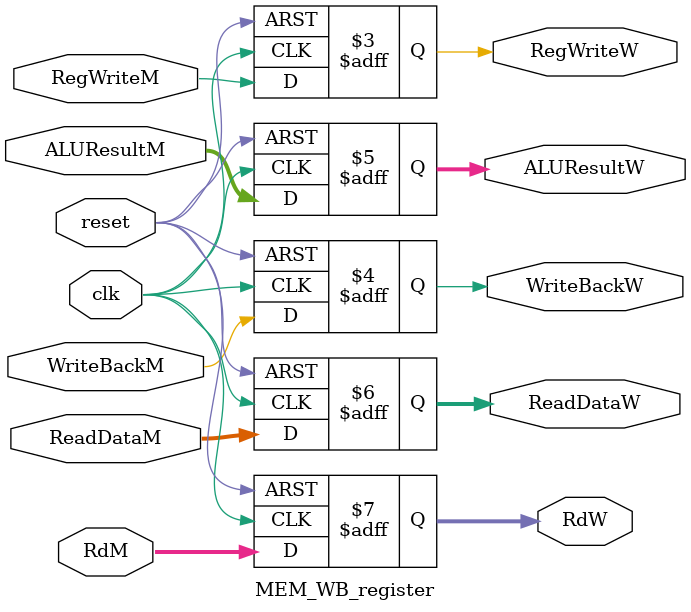
<source format=v>
module MEM_WB_register (
	input RegWriteM, clk, reset,
	input  WriteBackM,
	input [31:0] ALUResultM, ReadDataM,
	input [4:0] RdM,
	
	output reg RegWriteW,
	output reg WriteBackW,
	output reg [31:0] ALUResultW, ReadDataW,
	output reg [4:0] RdW
);

always @(posedge clk or negedge reset) begin
	if (~reset) begin
		RegWriteW <= 0;
		WriteBackW <= 3'd0; ALUResultW <= 32'd0; ReadDataW <= 32'd0;
		RdW <= 5'd0;
	end
	else begin
		RegWriteW <= RegWriteM;
		WriteBackW <= WriteBackM;
		ALUResultW <= ALUResultM; ReadDataW <= ReadDataM;
		RdW <= RdM;
	end
end
endmodule 
</source>
